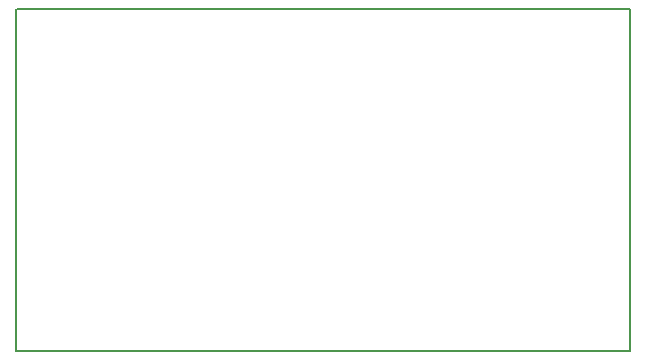
<source format=gbr>
G04 #@! TF.GenerationSoftware,KiCad,Pcbnew,5.0.2-bee76a0~70~ubuntu18.04.1*
G04 #@! TF.CreationDate,2019-08-14T22:35:01+02:00*
G04 #@! TF.ProjectId,position_encoder,706f7369-7469-46f6-9e5f-656e636f6465,rev?*
G04 #@! TF.SameCoordinates,Original*
G04 #@! TF.FileFunction,Profile,NP*
%FSLAX46Y46*%
G04 Gerber Fmt 4.6, Leading zero omitted, Abs format (unit mm)*
G04 Created by KiCad (PCBNEW 5.0.2-bee76a0~70~ubuntu18.04.1) date Mi 14 Aug 2019 22:35:01 CEST*
%MOMM*%
%LPD*%
G01*
G04 APERTURE LIST*
%ADD10C,0.150000*%
G04 APERTURE END LIST*
D10*
X52000000Y-29000000D02*
X52000000Y0D01*
X0Y-29000000D02*
X0Y0D01*
X52000000Y-29000000D02*
X0Y-29000000D01*
X100000Y0D02*
X52000000Y0D01*
M02*

</source>
